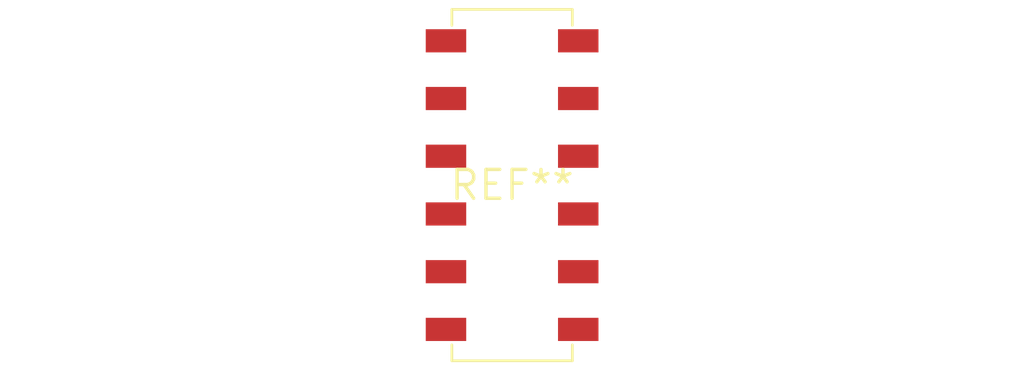
<source format=kicad_pcb>
(kicad_pcb (version 20240108) (generator pcbnew)
  (layers (0 "F.Cu" signal) (31 "B.Cu" signal) (34 "B.Paste" user) (35 "F.Paste" user) (36 "B.SilkS" user "B.Silkscreen") (37 "F.SilkS" user "F.Silkscreen") (38 "B.Mask" user) (39 "F.Mask" user) (44 "Edge.Cuts" user))
  (net 0 "")
  (footprint "Harwin_M20-7810645_2x06_P2.54mm_Vertical" (layer "F.Cu") (at 0 0)
    (property "Reference" "REF**")
    (property "Value" "Harwin_M20-7810645_2x06_P2.54mm_Vertical")
    (fp_line (start -2.65 -7.73) (end 2.65 -7.73) (layer "F.SilkS") (stroke (width 0.12)))
    (fp_line (start -2.65 -7.03) (end -2.65 -7.73) (layer "F.SilkS") (stroke (width 0.12)))
    (fp_line (start -2.65 7.03) (end -2.65 7.73) (layer "F.SilkS") (stroke (width 0.12)))
    (fp_line (start -2.65 7.73) (end 2.65 7.73) (layer "F.SilkS") (stroke (width 0.12)))
    (fp_line (start 2.65 -7.73) (end 2.65 -7.03) (layer "F.SilkS") (stroke (width 0.12)))
    (fp_line (start 2.65 7.73) (end 2.65 7.03) (layer "F.SilkS") (stroke (width 0.12)))
    (pad "" np_thru_hole circle (at -1.27 -6.35) (size 1.02 1.02) (drill 1.02) (layers *.Cu *.Mask))
    (pad "" np_thru_hole circle (at -1.27 -3.81) (size 1.02 1.02) (drill 1.02) (layers *.Cu *.Mask))
    (pad "" np_thru_hole circle (at -1.27 -1.27) (size 1.02 1.02) (drill 1.02) (layers *.Cu *.Mask))
    (pad "" np_thru_hole circle (at -1.27 1.27) (size 1.02 1.02) (drill 1.02) (layers *.Cu *.Mask))
    (pad "" np_thru_hole circle (at -1.27 3.81) (size 1.02 1.02) (drill 1.02) (layers *.Cu *.Mask))
    (pad "" np_thru_hole circle (at -1.27 6.35) (size 1.02 1.02) (drill 1.02) (layers *.Cu *.Mask))
    (pad "" np_thru_hole circle (at 0 -5.08) (size 1.8 1.8) (drill 1.8) (layers *.Cu *.Mask))
    (pad "" np_thru_hole circle (at 0 5.08) (size 1.8 1.8) (drill 1.8) (layers *.Cu *.Mask))
    (pad "" np_thru_hole circle (at 1.27 -6.35) (size 1.02 1.02) (drill 1.02) (layers *.Cu *.Mask))
    (pad "" np_thru_hole circle (at 1.27 -3.81) (size 1.02 1.02) (drill 1.02) (layers *.Cu *.Mask))
    (pad "" np_thru_hole circle (at 1.27 -1.27) (size 1.02 1.02) (drill 1.02) (layers *.Cu *.Mask))
    (pad "" np_thru_hole circle (at 1.27 1.27) (size 1.02 1.02) (drill 1.02) (layers *.Cu *.Mask))
    (pad "" np_thru_hole circle (at 1.27 3.81) (size 1.02 1.02) (drill 1.02) (layers *.Cu *.Mask))
    (pad "" np_thru_hole circle (at 1.27 6.35) (size 1.02 1.02) (drill 1.02) (layers *.Cu *.Mask))
    (pad "1" smd rect (at -2.91 -6.35) (size 1.78 1.02) (layers "F.Cu" "F.Paste" "F.Mask"))
    (pad "2" smd rect (at -2.91 -3.81) (size 1.78 1.02) (layers "F.Cu" "F.Paste" "F.Mask"))
    (pad "3" smd rect (at -2.91 -1.27) (size 1.78 1.02) (layers "F.Cu" "F.Paste" "F.Mask"))
    (pad "4" smd rect (at -2.91 1.27) (size 1.78 1.02) (layers "F.Cu" "F.Paste" "F.Mask"))
    (pad "5" smd rect (at -2.91 3.81) (size 1.78 1.02) (layers "F.Cu" "F.Paste" "F.Mask"))
    (pad "6" smd rect (at -2.91 6.35) (size 1.78 1.02) (layers "F.Cu" "F.Paste" "F.Mask"))
    (pad "7" smd rect (at 2.91 -6.35) (size 1.78 1.02) (layers "F.Cu" "F.Paste" "F.Mask"))
    (pad "8" smd rect (at 2.91 -3.81) (size 1.78 1.02) (layers "F.Cu" "F.Paste" "F.Mask"))
    (pad "9" smd rect (at 2.91 -1.27) (size 1.78 1.02) (layers "F.Cu" "F.Paste" "F.Mask"))
    (pad "10" smd rect (at 2.91 1.27) (size 1.78 1.02) (layers "F.Cu" "F.Paste" "F.Mask"))
    (pad "11" smd rect (at 2.91 3.81) (size 1.78 1.02) (layers "F.Cu" "F.Paste" "F.Mask"))
    (pad "12" smd rect (at 2.91 6.35) (size 1.78 1.02) (layers "F.Cu" "F.Paste" "F.Mask"))
  )
)
</source>
